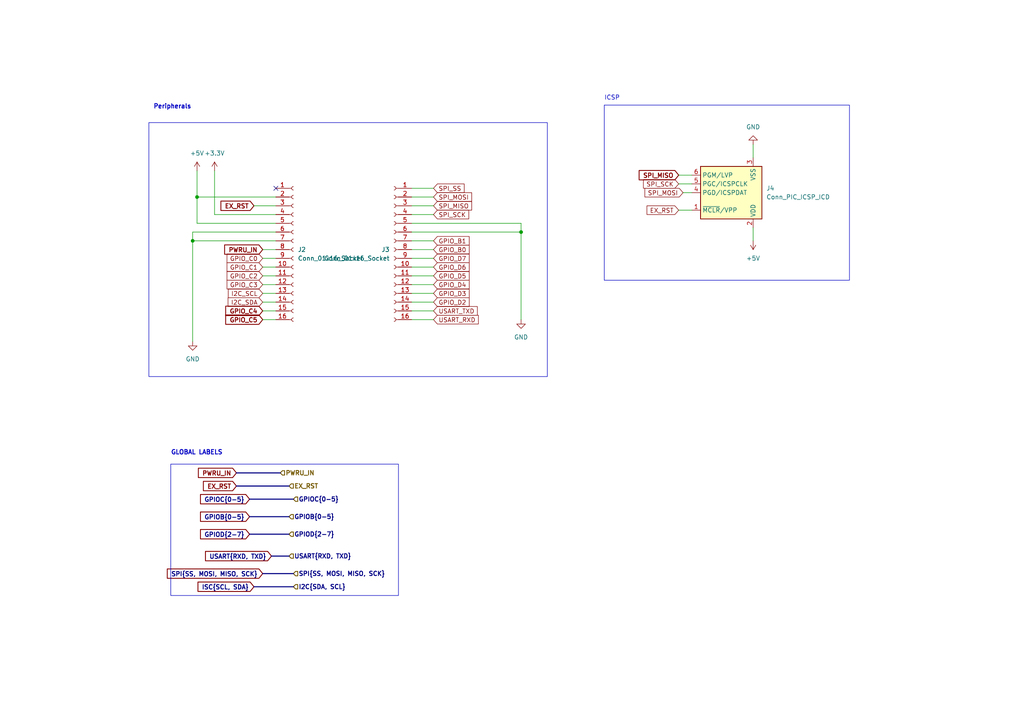
<source format=kicad_sch>
(kicad_sch (version 20230121) (generator eeschema)

  (uuid 894e4fc7-cb1f-4964-92bc-9e7faeb02e2c)

  (paper "A4")

  (lib_symbols
    (symbol "Connector:Conn_01x16_Socket" (pin_names (offset 1.016) hide) (in_bom yes) (on_board yes)
      (property "Reference" "J" (at 0 20.32 0)
        (effects (font (size 1.27 1.27)))
      )
      (property "Value" "Conn_01x16_Socket" (at 0 -22.86 0)
        (effects (font (size 1.27 1.27)))
      )
      (property "Footprint" "" (at 0 0 0)
        (effects (font (size 1.27 1.27)) hide)
      )
      (property "Datasheet" "~" (at 0 0 0)
        (effects (font (size 1.27 1.27)) hide)
      )
      (property "ki_locked" "" (at 0 0 0)
        (effects (font (size 1.27 1.27)))
      )
      (property "ki_keywords" "connector" (at 0 0 0)
        (effects (font (size 1.27 1.27)) hide)
      )
      (property "ki_description" "Generic connector, single row, 01x16, script generated" (at 0 0 0)
        (effects (font (size 1.27 1.27)) hide)
      )
      (property "ki_fp_filters" "Connector*:*_1x??_*" (at 0 0 0)
        (effects (font (size 1.27 1.27)) hide)
      )
      (symbol "Conn_01x16_Socket_1_1"
        (arc (start 0 -19.812) (mid -0.5058 -20.32) (end 0 -20.828)
          (stroke (width 0.1524) (type default))
          (fill (type none))
        )
        (arc (start 0 -17.272) (mid -0.5058 -17.78) (end 0 -18.288)
          (stroke (width 0.1524) (type default))
          (fill (type none))
        )
        (arc (start 0 -14.732) (mid -0.5058 -15.24) (end 0 -15.748)
          (stroke (width 0.1524) (type default))
          (fill (type none))
        )
        (arc (start 0 -12.192) (mid -0.5058 -12.7) (end 0 -13.208)
          (stroke (width 0.1524) (type default))
          (fill (type none))
        )
        (arc (start 0 -9.652) (mid -0.5058 -10.16) (end 0 -10.668)
          (stroke (width 0.1524) (type default))
          (fill (type none))
        )
        (arc (start 0 -7.112) (mid -0.5058 -7.62) (end 0 -8.128)
          (stroke (width 0.1524) (type default))
          (fill (type none))
        )
        (arc (start 0 -4.572) (mid -0.5058 -5.08) (end 0 -5.588)
          (stroke (width 0.1524) (type default))
          (fill (type none))
        )
        (arc (start 0 -2.032) (mid -0.5058 -2.54) (end 0 -3.048)
          (stroke (width 0.1524) (type default))
          (fill (type none))
        )
        (polyline
          (pts
            (xy -1.27 -20.32)
            (xy -0.508 -20.32)
          )
          (stroke (width 0.1524) (type default))
          (fill (type none))
        )
        (polyline
          (pts
            (xy -1.27 -17.78)
            (xy -0.508 -17.78)
          )
          (stroke (width 0.1524) (type default))
          (fill (type none))
        )
        (polyline
          (pts
            (xy -1.27 -15.24)
            (xy -0.508 -15.24)
          )
          (stroke (width 0.1524) (type default))
          (fill (type none))
        )
        (polyline
          (pts
            (xy -1.27 -12.7)
            (xy -0.508 -12.7)
          )
          (stroke (width 0.1524) (type default))
          (fill (type none))
        )
        (polyline
          (pts
            (xy -1.27 -10.16)
            (xy -0.508 -10.16)
          )
          (stroke (width 0.1524) (type default))
          (fill (type none))
        )
        (polyline
          (pts
            (xy -1.27 -7.62)
            (xy -0.508 -7.62)
          )
          (stroke (width 0.1524) (type default))
          (fill (type none))
        )
        (polyline
          (pts
            (xy -1.27 -5.08)
            (xy -0.508 -5.08)
          )
          (stroke (width 0.1524) (type default))
          (fill (type none))
        )
        (polyline
          (pts
            (xy -1.27 -2.54)
            (xy -0.508 -2.54)
          )
          (stroke (width 0.1524) (type default))
          (fill (type none))
        )
        (polyline
          (pts
            (xy -1.27 0)
            (xy -0.508 0)
          )
          (stroke (width 0.1524) (type default))
          (fill (type none))
        )
        (polyline
          (pts
            (xy -1.27 2.54)
            (xy -0.508 2.54)
          )
          (stroke (width 0.1524) (type default))
          (fill (type none))
        )
        (polyline
          (pts
            (xy -1.27 5.08)
            (xy -0.508 5.08)
          )
          (stroke (width 0.1524) (type default))
          (fill (type none))
        )
        (polyline
          (pts
            (xy -1.27 7.62)
            (xy -0.508 7.62)
          )
          (stroke (width 0.1524) (type default))
          (fill (type none))
        )
        (polyline
          (pts
            (xy -1.27 10.16)
            (xy -0.508 10.16)
          )
          (stroke (width 0.1524) (type default))
          (fill (type none))
        )
        (polyline
          (pts
            (xy -1.27 12.7)
            (xy -0.508 12.7)
          )
          (stroke (width 0.1524) (type default))
          (fill (type none))
        )
        (polyline
          (pts
            (xy -1.27 15.24)
            (xy -0.508 15.24)
          )
          (stroke (width 0.1524) (type default))
          (fill (type none))
        )
        (polyline
          (pts
            (xy -1.27 17.78)
            (xy -0.508 17.78)
          )
          (stroke (width 0.1524) (type default))
          (fill (type none))
        )
        (arc (start 0 0.508) (mid -0.5058 0) (end 0 -0.508)
          (stroke (width 0.1524) (type default))
          (fill (type none))
        )
        (arc (start 0 3.048) (mid -0.5058 2.54) (end 0 2.032)
          (stroke (width 0.1524) (type default))
          (fill (type none))
        )
        (arc (start 0 5.588) (mid -0.5058 5.08) (end 0 4.572)
          (stroke (width 0.1524) (type default))
          (fill (type none))
        )
        (arc (start 0 8.128) (mid -0.5058 7.62) (end 0 7.112)
          (stroke (width 0.1524) (type default))
          (fill (type none))
        )
        (arc (start 0 10.668) (mid -0.5058 10.16) (end 0 9.652)
          (stroke (width 0.1524) (type default))
          (fill (type none))
        )
        (arc (start 0 13.208) (mid -0.5058 12.7) (end 0 12.192)
          (stroke (width 0.1524) (type default))
          (fill (type none))
        )
        (arc (start 0 15.748) (mid -0.5058 15.24) (end 0 14.732)
          (stroke (width 0.1524) (type default))
          (fill (type none))
        )
        (arc (start 0 18.288) (mid -0.5058 17.78) (end 0 17.272)
          (stroke (width 0.1524) (type default))
          (fill (type none))
        )
        (pin passive line (at -5.08 17.78 0) (length 3.81)
          (name "Pin_1" (effects (font (size 1.27 1.27))))
          (number "1" (effects (font (size 1.27 1.27))))
        )
        (pin passive line (at -5.08 -5.08 0) (length 3.81)
          (name "Pin_10" (effects (font (size 1.27 1.27))))
          (number "10" (effects (font (size 1.27 1.27))))
        )
        (pin passive line (at -5.08 -7.62 0) (length 3.81)
          (name "Pin_11" (effects (font (size 1.27 1.27))))
          (number "11" (effects (font (size 1.27 1.27))))
        )
        (pin passive line (at -5.08 -10.16 0) (length 3.81)
          (name "Pin_12" (effects (font (size 1.27 1.27))))
          (number "12" (effects (font (size 1.27 1.27))))
        )
        (pin passive line (at -5.08 -12.7 0) (length 3.81)
          (name "Pin_13" (effects (font (size 1.27 1.27))))
          (number "13" (effects (font (size 1.27 1.27))))
        )
        (pin passive line (at -5.08 -15.24 0) (length 3.81)
          (name "Pin_14" (effects (font (size 1.27 1.27))))
          (number "14" (effects (font (size 1.27 1.27))))
        )
        (pin passive line (at -5.08 -17.78 0) (length 3.81)
          (name "Pin_15" (effects (font (size 1.27 1.27))))
          (number "15" (effects (font (size 1.27 1.27))))
        )
        (pin passive line (at -5.08 -20.32 0) (length 3.81)
          (name "Pin_16" (effects (font (size 1.27 1.27))))
          (number "16" (effects (font (size 1.27 1.27))))
        )
        (pin passive line (at -5.08 15.24 0) (length 3.81)
          (name "Pin_2" (effects (font (size 1.27 1.27))))
          (number "2" (effects (font (size 1.27 1.27))))
        )
        (pin passive line (at -5.08 12.7 0) (length 3.81)
          (name "Pin_3" (effects (font (size 1.27 1.27))))
          (number "3" (effects (font (size 1.27 1.27))))
        )
        (pin passive line (at -5.08 10.16 0) (length 3.81)
          (name "Pin_4" (effects (font (size 1.27 1.27))))
          (number "4" (effects (font (size 1.27 1.27))))
        )
        (pin passive line (at -5.08 7.62 0) (length 3.81)
          (name "Pin_5" (effects (font (size 1.27 1.27))))
          (number "5" (effects (font (size 1.27 1.27))))
        )
        (pin passive line (at -5.08 5.08 0) (length 3.81)
          (name "Pin_6" (effects (font (size 1.27 1.27))))
          (number "6" (effects (font (size 1.27 1.27))))
        )
        (pin passive line (at -5.08 2.54 0) (length 3.81)
          (name "Pin_7" (effects (font (size 1.27 1.27))))
          (number "7" (effects (font (size 1.27 1.27))))
        )
        (pin passive line (at -5.08 0 0) (length 3.81)
          (name "Pin_8" (effects (font (size 1.27 1.27))))
          (number "8" (effects (font (size 1.27 1.27))))
        )
        (pin passive line (at -5.08 -2.54 0) (length 3.81)
          (name "Pin_9" (effects (font (size 1.27 1.27))))
          (number "9" (effects (font (size 1.27 1.27))))
        )
      )
    )
    (symbol "Connector:Conn_PIC_ICSP_ICD" (in_bom yes) (on_board yes)
      (property "Reference" "J" (at 6.35 8.89 0)
        (effects (font (size 1.27 1.27)))
      )
      (property "Value" "Conn_PIC_ICSP_ICD" (at -8.89 -1.27 90)
        (effects (font (size 1.27 1.27)))
      )
      (property "Footprint" "" (at 1.27 3.81 0)
        (effects (font (size 1.27 1.27)) hide)
      )
      (property "Datasheet" "http://ww1.microchip.com/downloads/en/devicedoc/30277d.pdf" (at -7.62 -3.81 90)
        (effects (font (size 1.27 1.27)) hide)
      )
      (property "ki_keywords" "icsp icd pic microchip" (at 0 0 0)
        (effects (font (size 1.27 1.27)) hide)
      )
      (property "ki_description" "Microchip PIC In-Circuit Serial Programming/Debugging (ICSP/ICD) connector" (at 0 0 0)
        (effects (font (size 1.27 1.27)) hide)
      )
      (property "ki_fp_filters" "PinHeader*1x06*P2.54mm* PinSocket*1x06*P2.54mm*" (at 0 0 0)
        (effects (font (size 1.27 1.27)) hide)
      )
      (symbol "Conn_PIC_ICSP_ICD_0_1"
        (rectangle (start -7.62 7.62) (end 10.16 -7.62)
          (stroke (width 0.254) (type default))
          (fill (type background))
        )
      )
      (symbol "Conn_PIC_ICSP_ICD_1_1"
        (pin passive line (at 12.7 5.08 180) (length 2.54)
          (name "~{MCLR}/VPP" (effects (font (size 1.27 1.27))))
          (number "1" (effects (font (size 1.27 1.27))))
        )
        (pin passive line (at -5.08 10.16 270) (length 2.54)
          (name "VDD" (effects (font (size 1.27 1.27))))
          (number "2" (effects (font (size 1.27 1.27))))
        )
        (pin power_in line (at -5.08 -10.16 90) (length 2.54)
          (name "VSS" (effects (font (size 1.27 1.27))))
          (number "3" (effects (font (size 1.27 1.27))))
        )
        (pin bidirectional line (at 12.7 0 180) (length 2.54)
          (name "PGD/ICSPDAT" (effects (font (size 1.27 1.27))))
          (number "4" (effects (font (size 1.27 1.27))))
        )
        (pin output line (at 12.7 -2.54 180) (length 2.54)
          (name "PGC/ICSPCLK" (effects (font (size 1.27 1.27))))
          (number "5" (effects (font (size 1.27 1.27))))
        )
        (pin output line (at 12.7 -5.08 180) (length 2.54)
          (name "PGM/LVP" (effects (font (size 1.27 1.27))))
          (number "6" (effects (font (size 1.27 1.27))))
        )
      )
    )
    (symbol "power:+3.3V" (power) (pin_names (offset 0)) (in_bom yes) (on_board yes)
      (property "Reference" "#PWR" (at 0 -3.81 0)
        (effects (font (size 1.27 1.27)) hide)
      )
      (property "Value" "+3.3V" (at 0 3.556 0)
        (effects (font (size 1.27 1.27)))
      )
      (property "Footprint" "" (at 0 0 0)
        (effects (font (size 1.27 1.27)) hide)
      )
      (property "Datasheet" "" (at 0 0 0)
        (effects (font (size 1.27 1.27)) hide)
      )
      (property "ki_keywords" "global power" (at 0 0 0)
        (effects (font (size 1.27 1.27)) hide)
      )
      (property "ki_description" "Power symbol creates a global label with name \"+3.3V\"" (at 0 0 0)
        (effects (font (size 1.27 1.27)) hide)
      )
      (symbol "+3.3V_0_1"
        (polyline
          (pts
            (xy -0.762 1.27)
            (xy 0 2.54)
          )
          (stroke (width 0) (type default))
          (fill (type none))
        )
        (polyline
          (pts
            (xy 0 0)
            (xy 0 2.54)
          )
          (stroke (width 0) (type default))
          (fill (type none))
        )
        (polyline
          (pts
            (xy 0 2.54)
            (xy 0.762 1.27)
          )
          (stroke (width 0) (type default))
          (fill (type none))
        )
      )
      (symbol "+3.3V_1_1"
        (pin power_in line (at 0 0 90) (length 0) hide
          (name "+3.3V" (effects (font (size 1.27 1.27))))
          (number "1" (effects (font (size 1.27 1.27))))
        )
      )
    )
    (symbol "power:+5V" (power) (pin_names (offset 0)) (in_bom yes) (on_board yes)
      (property "Reference" "#PWR" (at 0 -3.81 0)
        (effects (font (size 1.27 1.27)) hide)
      )
      (property "Value" "+5V" (at 0 3.556 0)
        (effects (font (size 1.27 1.27)))
      )
      (property "Footprint" "" (at 0 0 0)
        (effects (font (size 1.27 1.27)) hide)
      )
      (property "Datasheet" "" (at 0 0 0)
        (effects (font (size 1.27 1.27)) hide)
      )
      (property "ki_keywords" "global power" (at 0 0 0)
        (effects (font (size 1.27 1.27)) hide)
      )
      (property "ki_description" "Power symbol creates a global label with name \"+5V\"" (at 0 0 0)
        (effects (font (size 1.27 1.27)) hide)
      )
      (symbol "+5V_0_1"
        (polyline
          (pts
            (xy -0.762 1.27)
            (xy 0 2.54)
          )
          (stroke (width 0) (type default))
          (fill (type none))
        )
        (polyline
          (pts
            (xy 0 0)
            (xy 0 2.54)
          )
          (stroke (width 0) (type default))
          (fill (type none))
        )
        (polyline
          (pts
            (xy 0 2.54)
            (xy 0.762 1.27)
          )
          (stroke (width 0) (type default))
          (fill (type none))
        )
      )
      (symbol "+5V_1_1"
        (pin power_in line (at 0 0 90) (length 0) hide
          (name "+5V" (effects (font (size 1.27 1.27))))
          (number "1" (effects (font (size 1.27 1.27))))
        )
      )
    )
    (symbol "power:GND" (power) (pin_names (offset 0)) (in_bom yes) (on_board yes)
      (property "Reference" "#PWR" (at 0 -6.35 0)
        (effects (font (size 1.27 1.27)) hide)
      )
      (property "Value" "GND" (at 0 -3.81 0)
        (effects (font (size 1.27 1.27)))
      )
      (property "Footprint" "" (at 0 0 0)
        (effects (font (size 1.27 1.27)) hide)
      )
      (property "Datasheet" "" (at 0 0 0)
        (effects (font (size 1.27 1.27)) hide)
      )
      (property "ki_keywords" "global power" (at 0 0 0)
        (effects (font (size 1.27 1.27)) hide)
      )
      (property "ki_description" "Power symbol creates a global label with name \"GND\" , ground" (at 0 0 0)
        (effects (font (size 1.27 1.27)) hide)
      )
      (symbol "GND_0_1"
        (polyline
          (pts
            (xy 0 0)
            (xy 0 -1.27)
            (xy 1.27 -1.27)
            (xy 0 -2.54)
            (xy -1.27 -1.27)
            (xy 0 -1.27)
          )
          (stroke (width 0) (type default))
          (fill (type none))
        )
      )
      (symbol "GND_1_1"
        (pin power_in line (at 0 0 270) (length 0) hide
          (name "GND" (effects (font (size 1.27 1.27))))
          (number "1" (effects (font (size 1.27 1.27))))
        )
      )
    )
  )

  (junction (at 151.13 67.31) (diameter 0) (color 0 0 0 0)
    (uuid 05e736f4-2ee1-4709-aaaa-02acff2d73fb)
  )
  (junction (at 57.15 57.15) (diameter 0) (color 0 0 0 0)
    (uuid 8ba64eaa-9fac-4eae-bb8a-61cbab9d6f29)
  )
  (junction (at 55.88 69.85) (diameter 0) (color 0 0 0 0)
    (uuid c52b029f-c6a2-4491-97c7-b1dd574e3b05)
  )

  (no_connect (at 80.01 54.61) (uuid 2d828f41-79de-4c9e-8c85-ac20fcebd6a3))

  (wire (pts (xy 62.23 49.53) (xy 62.23 62.23))
    (stroke (width 0) (type default))
    (uuid 01ae6c68-ed1f-4e64-be26-85af485940ff)
  )
  (wire (pts (xy 119.38 92.71) (xy 125.73 92.71))
    (stroke (width 0) (type default))
    (uuid 14648fbc-a901-4f9c-82e1-448865515d38)
  )
  (wire (pts (xy 76.2 90.17) (xy 80.01 90.17))
    (stroke (width 0) (type default))
    (uuid 19e0c6ef-af47-49bf-a325-ddde889a56b5)
  )
  (wire (pts (xy 196.85 60.96) (xy 200.66 60.96))
    (stroke (width 0) (type default))
    (uuid 1de7167e-d52a-4e5a-9496-e081a9fa2210)
  )
  (wire (pts (xy 76.2 72.39) (xy 80.01 72.39))
    (stroke (width 0) (type default))
    (uuid 21834b54-535d-46ed-a875-44af2c840e23)
  )
  (bus (pts (xy 72.39 144.78) (xy 85.09 144.78))
    (stroke (width 0) (type default))
    (uuid 2221ba97-90cd-4ffa-9e0e-51fd073ebb07)
  )

  (wire (pts (xy 119.38 69.85) (xy 125.73 69.85))
    (stroke (width 0) (type default))
    (uuid 30aa0dc3-98b0-41a7-b299-957507c66b59)
  )
  (wire (pts (xy 76.2 87.63) (xy 80.01 87.63))
    (stroke (width 0) (type default))
    (uuid 336e3966-2ab1-4b65-8baf-847b31fa69bc)
  )
  (wire (pts (xy 76.2 82.55) (xy 80.01 82.55))
    (stroke (width 0) (type default))
    (uuid 34f95d4d-a43f-4c6f-89b0-bbc27f153ffe)
  )
  (wire (pts (xy 119.38 57.15) (xy 125.73 57.15))
    (stroke (width 0) (type default))
    (uuid 3c758658-bbd1-4302-b654-8489cc96aed6)
  )
  (wire (pts (xy 151.13 67.31) (xy 151.13 92.71))
    (stroke (width 0) (type default))
    (uuid 4619f5f0-44de-4d9d-a1e7-7cf45e099d96)
  )
  (wire (pts (xy 218.44 66.04) (xy 218.44 69.85))
    (stroke (width 0) (type default))
    (uuid 4825fdc8-0872-4669-947a-b62d3986ef62)
  )
  (bus (pts (xy 68.58 140.97) (xy 83.82 140.97))
    (stroke (width 0) (type default))
    (uuid 4c31e2e4-1f4b-4852-99cb-99103bd5e9af)
  )

  (wire (pts (xy 55.88 69.85) (xy 80.01 69.85))
    (stroke (width 0) (type default))
    (uuid 4c707b9c-7a8f-4cc3-b0ae-d44af7fb913d)
  )
  (bus (pts (xy 68.58 137.16) (xy 81.28 137.16))
    (stroke (width 0) (type default))
    (uuid 4f4e1952-11b4-40e4-a57c-02e8a42cdce6)
  )

  (wire (pts (xy 73.66 59.69) (xy 80.01 59.69))
    (stroke (width 0) (type default))
    (uuid 5110f788-1d8e-4af4-99d8-2aa1c9c7131a)
  )
  (wire (pts (xy 119.38 62.23) (xy 125.73 62.23))
    (stroke (width 0) (type default))
    (uuid 53af6576-4b46-4625-9cff-5767ca2536f4)
  )
  (wire (pts (xy 119.38 64.77) (xy 151.13 64.77))
    (stroke (width 0) (type default))
    (uuid 595c5e9f-0d4d-4492-afb5-e3858a581eeb)
  )
  (wire (pts (xy 119.38 67.31) (xy 151.13 67.31))
    (stroke (width 0) (type default))
    (uuid 5e11f145-9c0f-4493-abd9-780eeeb944c9)
  )
  (wire (pts (xy 119.38 90.17) (xy 125.73 90.17))
    (stroke (width 0) (type default))
    (uuid 5e794f5a-7e05-48ae-a386-71d5cd5c8db8)
  )
  (wire (pts (xy 119.38 82.55) (xy 125.73 82.55))
    (stroke (width 0) (type default))
    (uuid 60102494-94bc-4ecc-a7fe-6eea0bcb79ba)
  )
  (wire (pts (xy 76.2 77.47) (xy 80.01 77.47))
    (stroke (width 0) (type default))
    (uuid 61d9f351-f8f1-426e-b4de-f09a000dcbed)
  )
  (wire (pts (xy 76.2 85.09) (xy 80.01 85.09))
    (stroke (width 0) (type default))
    (uuid 6518a63d-bca5-47e0-9446-1916aac1eb40)
  )
  (wire (pts (xy 80.01 62.23) (xy 62.23 62.23))
    (stroke (width 0) (type default))
    (uuid 659bf994-a6f6-4b66-9f38-2e6cedeaaf84)
  )
  (wire (pts (xy 57.15 57.15) (xy 57.15 64.77))
    (stroke (width 0) (type default))
    (uuid 6e9be657-13ff-4cf9-9bcf-18997aee7367)
  )
  (wire (pts (xy 196.85 50.8) (xy 200.66 50.8))
    (stroke (width 0) (type default))
    (uuid 786b8ec3-20c6-4708-bf7a-1cbb240a3711)
  )
  (bus (pts (xy 76.2 166.37) (xy 85.09 166.37))
    (stroke (width 0) (type default))
    (uuid 7b2dfc0f-0e5c-4810-a94d-6d6dd133d112)
  )

  (wire (pts (xy 119.38 80.01) (xy 125.73 80.01))
    (stroke (width 0) (type default))
    (uuid 7d1d4015-1f0b-45ab-a163-5592e110f2ed)
  )
  (bus (pts (xy 72.39 154.94) (xy 83.82 154.94))
    (stroke (width 0) (type default))
    (uuid 878433d3-2868-481b-b259-03a43fb6b715)
  )

  (wire (pts (xy 76.2 92.71) (xy 80.01 92.71))
    (stroke (width 0) (type default))
    (uuid 8c5c0ea2-f990-4c48-b19f-d38fabef4bd1)
  )
  (wire (pts (xy 55.88 69.85) (xy 55.88 99.06))
    (stroke (width 0) (type default))
    (uuid 95f9736d-9c2c-4ee0-b98d-2cefcdbdcefb)
  )
  (wire (pts (xy 119.38 85.09) (xy 125.73 85.09))
    (stroke (width 0) (type default))
    (uuid 9e196db6-ee92-4fec-bc2c-d233989b815f)
  )
  (wire (pts (xy 119.38 54.61) (xy 125.73 54.61))
    (stroke (width 0) (type default))
    (uuid 9ed74984-3e3c-4cdf-bf60-5c4b88dee5ca)
  )
  (wire (pts (xy 80.01 67.31) (xy 55.88 67.31))
    (stroke (width 0) (type default))
    (uuid 9f89e81a-bcb4-43e8-94f2-3446f60bb99d)
  )
  (wire (pts (xy 55.88 67.31) (xy 55.88 69.85))
    (stroke (width 0) (type default))
    (uuid a08bb4e6-914e-48b6-bef6-ec0644714a68)
  )
  (wire (pts (xy 57.15 57.15) (xy 80.01 57.15))
    (stroke (width 0) (type default))
    (uuid a9f5d365-2f94-44bf-a4a7-fb3cdfc108cd)
  )
  (bus (pts (xy 72.39 149.86) (xy 83.82 149.86))
    (stroke (width 0) (type default))
    (uuid bb462e3e-63fe-4e47-a866-9e22ef1a477c)
  )

  (wire (pts (xy 151.13 64.77) (xy 151.13 67.31))
    (stroke (width 0) (type default))
    (uuid bdaaa541-82f5-4270-b619-28f1fac24833)
  )
  (wire (pts (xy 119.38 87.63) (xy 125.73 87.63))
    (stroke (width 0) (type default))
    (uuid c2ad116b-b943-47e5-82ed-2c0714242fb8)
  )
  (wire (pts (xy 218.44 41.91) (xy 218.44 45.72))
    (stroke (width 0) (type default))
    (uuid c61b4974-9982-48ad-ac4f-a3518c95755e)
  )
  (bus (pts (xy 78.74 161.29) (xy 83.82 161.29))
    (stroke (width 0) (type default))
    (uuid c7fed36c-fae3-4769-9405-d24ab05c361c)
  )

  (wire (pts (xy 76.2 80.01) (xy 80.01 80.01))
    (stroke (width 0) (type default))
    (uuid c85793ce-3cf3-45e8-bf68-94dae4779c5f)
  )
  (bus (pts (xy 73.66 170.18) (xy 85.09 170.18))
    (stroke (width 0) (type default))
    (uuid c9664327-eee2-43c4-8936-a203b1667dfe)
  )

  (wire (pts (xy 119.38 72.39) (xy 125.73 72.39))
    (stroke (width 0) (type default))
    (uuid d61f1f40-54e1-4475-a00c-8a7de6ba06a8)
  )
  (wire (pts (xy 119.38 59.69) (xy 125.73 59.69))
    (stroke (width 0) (type default))
    (uuid e0f528b5-6c66-4290-8edf-ef062069ac68)
  )
  (wire (pts (xy 76.2 74.93) (xy 80.01 74.93))
    (stroke (width 0) (type default))
    (uuid e18076fd-22d7-49db-aa06-aaff74c494d2)
  )
  (wire (pts (xy 198.12 55.88) (xy 200.66 55.88))
    (stroke (width 0) (type default))
    (uuid e19f6df6-f7f5-4fa7-a866-5da5368c95b6)
  )
  (wire (pts (xy 119.38 74.93) (xy 125.73 74.93))
    (stroke (width 0) (type default))
    (uuid e74fd0ad-1cf7-4c86-8a07-3193609ac875)
  )
  (wire (pts (xy 57.15 49.53) (xy 57.15 57.15))
    (stroke (width 0) (type default))
    (uuid f7d663aa-2bc2-42b9-a39b-88ee4d6e6370)
  )
  (wire (pts (xy 119.38 77.47) (xy 125.73 77.47))
    (stroke (width 0) (type default))
    (uuid f86a483f-a6fe-4c16-9b56-fe69ca0298a7)
  )
  (wire (pts (xy 196.85 53.34) (xy 200.66 53.34))
    (stroke (width 0) (type default))
    (uuid fca0c636-ac83-414f-85ee-bc5e2105cb40)
  )
  (wire (pts (xy 57.15 64.77) (xy 80.01 64.77))
    (stroke (width 0) (type default))
    (uuid ffd5d5f2-e968-49b5-99ad-bcf73e524e65)
  )

  (rectangle (start 175.26 30.48) (end 246.38 81.28)
    (stroke (width 0) (type default))
    (fill (type none))
    (uuid 68852f05-3dc7-4b33-ab73-37c8cb83bfd2)
  )
  (rectangle (start 43.18 35.56) (end 158.75 109.22)
    (stroke (width 0) (type default))
    (fill (type none))
    (uuid 95b53f17-225d-4564-b7d0-3f0be1550903)
  )
  (rectangle (start 49.53 134.62) (end 115.57 172.72)
    (stroke (width 0) (type default))
    (fill (type none))
    (uuid cc1613e0-c8a1-4971-b79e-072fabd84f0c)
  )

  (text "ICSP" (at 175.26 29.21 0)
    (effects (font (size 1.27 1.27)) (justify left bottom))
    (uuid 1d96a1af-3066-45bd-9248-b3c0c3ce4920)
  )
  (text "Peripherals" (at 44.45 31.75 0)
    (effects (font (size 1.27 1.27) bold) (justify left bottom))
    (uuid 3983f674-e5c1-4a37-abf0-b1c5fb1c2a88)
  )
  (text "GLOBAL LABELS\n" (at 49.53 132.08 0)
    (effects (font (size 1.27 1.27) bold) (justify left bottom))
    (uuid 6d2b6147-21f7-484a-b054-5b41c2a89e05)
  )

  (global_label "GPIOC{0-5}" (shape input) (at 72.39 144.78 180) (fields_autoplaced)
    (effects (font (size 1.27 1.27) bold) (justify right))
    (uuid 118b60c3-bc7e-42d3-94c4-54a511a4f503)
    (property "Intersheetrefs" "${INTERSHEET_REFS}" (at 57.4987 144.78 0)
      (effects (font (size 1.27 1.27)) (justify right) hide)
    )
  )
  (global_label "GPIO_B0" (shape input) (at 125.73 72.39 0) (fields_autoplaced)
    (effects (font (size 1.27 1.27)) (justify left))
    (uuid 21b2483c-a0bc-4f61-95f0-c739d813808f)
    (property "Intersheetrefs" "${INTERSHEET_REFS}" (at 136.6376 72.39 0)
      (effects (font (size 1.27 1.27)) (justify left) hide)
    )
  )
  (global_label "SPI_SCK" (shape input) (at 125.73 62.23 0) (fields_autoplaced)
    (effects (font (size 1.27 1.27)) (justify left))
    (uuid 23f798a1-0af7-4b5d-86e3-f7a742cd2006)
    (property "Intersheetrefs" "${INTERSHEET_REFS}" (at 136.5166 62.23 0)
      (effects (font (size 1.27 1.27)) (justify left) hide)
    )
  )
  (global_label "GPIO_D5" (shape input) (at 125.73 80.01 0) (fields_autoplaced)
    (effects (font (size 1.27 1.27)) (justify left))
    (uuid 270b7bd2-bd9b-4219-a8c5-a0fec45184b9)
    (property "Intersheetrefs" "${INTERSHEET_REFS}" (at 136.6376 80.01 0)
      (effects (font (size 1.27 1.27)) (justify left) hide)
    )
  )
  (global_label "GPIO_D2" (shape input) (at 125.73 87.63 0) (fields_autoplaced)
    (effects (font (size 1.27 1.27)) (justify left))
    (uuid 2a810e52-1555-44b3-a00f-3d2cac10aa51)
    (property "Intersheetrefs" "${INTERSHEET_REFS}" (at 136.6376 87.63 0)
      (effects (font (size 1.27 1.27)) (justify left) hide)
    )
  )
  (global_label "ISC{SCL, SDA}" (shape input) (at 73.66 170.18 180) (fields_autoplaced)
    (effects (font (size 1.27 1.27) bold) (justify right))
    (uuid 43938318-233e-4e5a-a80f-475bf24cdec1)
    (property "Intersheetrefs" "${INTERSHEET_REFS}" (at 56.773 170.18 0)
      (effects (font (size 1.27 1.27)) (justify right) hide)
    )
  )
  (global_label "I2C_SCL" (shape input) (at 76.2 85.09 180) (fields_autoplaced)
    (effects (font (size 1.27 1.27)) (justify right))
    (uuid 45ea52cf-af01-4eb1-ad98-027654562d43)
    (property "Intersheetrefs" "${INTERSHEET_REFS}" (at 65.6553 85.09 0)
      (effects (font (size 1.27 1.27)) (justify right) hide)
    )
  )
  (global_label "GPIO_C3" (shape input) (at 76.2 82.55 180) (fields_autoplaced)
    (effects (font (size 1.27 1.27)) (justify right))
    (uuid 57a13bfc-5a52-48fd-bd45-78bf27a68502)
    (property "Intersheetrefs" "${INTERSHEET_REFS}" (at 65.2924 82.55 0)
      (effects (font (size 1.27 1.27)) (justify right) hide)
    )
  )
  (global_label "GPIO_D7" (shape input) (at 125.73 74.93 0) (fields_autoplaced)
    (effects (font (size 1.27 1.27)) (justify left))
    (uuid 5d032f01-12bd-45ca-8e5b-2d4ea613de23)
    (property "Intersheetrefs" "${INTERSHEET_REFS}" (at 136.6376 74.93 0)
      (effects (font (size 1.27 1.27)) (justify left) hide)
    )
  )
  (global_label "SPI_MISO" (shape input) (at 125.73 59.69 0) (fields_autoplaced)
    (effects (font (size 1.27 1.27)) (justify left))
    (uuid 5d731c99-0deb-4fa8-824d-6cf669cdb6e6)
    (property "Intersheetrefs" "${INTERSHEET_REFS}" (at 137.3633 59.69 0)
      (effects (font (size 1.27 1.27)) (justify left) hide)
    )
  )
  (global_label "GPIOD{2-7}" (shape input) (at 72.39 154.94 180) (fields_autoplaced)
    (effects (font (size 1.27 1.27) bold) (justify right))
    (uuid 615a24af-c5c5-44ae-b1b3-4611e04eb2a7)
    (property "Intersheetrefs" "${INTERSHEET_REFS}" (at 57.4987 154.94 0)
      (effects (font (size 1.27 1.27)) (justify right) hide)
    )
  )
  (global_label "SPI_MISO" (shape input) (at 196.85 50.8 180) (fields_autoplaced)
    (effects (font (size 1.27 1.27) bold) (justify right))
    (uuid 61dc6320-8613-4cb0-b467-85f0004b82cd)
    (property "Intersheetrefs" "${INTERSHEET_REFS}" (at 184.7407 50.8 0)
      (effects (font (size 1.27 1.27)) (justify right) hide)
    )
  )
  (global_label "GPIOB{0-5}" (shape input) (at 72.39 149.86 180) (fields_autoplaced)
    (effects (font (size 1.27 1.27) bold) (justify right))
    (uuid 65b53fbb-5ac4-4ff9-8a8e-c4e876cb0835)
    (property "Intersheetrefs" "${INTERSHEET_REFS}" (at 57.4987 149.86 0)
      (effects (font (size 1.27 1.27)) (justify right) hide)
    )
  )
  (global_label "GPIO_C4" (shape input) (at 76.2 90.17 180) (fields_autoplaced)
    (effects (font (size 1.27 1.27) bold) (justify right))
    (uuid 6c0c1000-a4c7-47d5-91ab-598bdaac7452)
    (property "Intersheetrefs" "${INTERSHEET_REFS}" (at 64.8164 90.17 0)
      (effects (font (size 1.27 1.27)) (justify right) hide)
    )
  )
  (global_label "PWRU_IN" (shape input) (at 76.2 72.39 180) (fields_autoplaced)
    (effects (font (size 1.27 1.27) bold) (justify right))
    (uuid 704c6061-cf60-4cf3-bb87-a49f03ada302)
    (property "Intersheetrefs" "${INTERSHEET_REFS}" (at 64.514 72.39 0)
      (effects (font (size 1.27 1.27)) (justify right) hide)
    )
  )
  (global_label "EX_RST" (shape input) (at 196.85 60.96 180) (fields_autoplaced)
    (effects (font (size 1.27 1.27)) (justify right))
    (uuid 70811866-1a81-4cda-b51d-20138767a299)
    (property "Intersheetrefs" "${INTERSHEET_REFS}" (at 187.0916 60.96 0)
      (effects (font (size 1.27 1.27)) (justify right) hide)
    )
  )
  (global_label "GPIO_C1" (shape input) (at 76.2 77.47 180) (fields_autoplaced)
    (effects (font (size 1.27 1.27)) (justify right))
    (uuid 7127337d-3626-4dc7-bcec-8c3f6a8ef2eb)
    (property "Intersheetrefs" "${INTERSHEET_REFS}" (at 65.2924 77.47 0)
      (effects (font (size 1.27 1.27)) (justify right) hide)
    )
  )
  (global_label "GPIO_D4" (shape input) (at 125.73 82.55 0) (fields_autoplaced)
    (effects (font (size 1.27 1.27)) (justify left))
    (uuid 7539150d-ca96-41ef-885a-f9e314e59f74)
    (property "Intersheetrefs" "${INTERSHEET_REFS}" (at 136.6376 82.55 0)
      (effects (font (size 1.27 1.27)) (justify left) hide)
    )
  )
  (global_label "SPI_MOSI" (shape input) (at 125.73 57.15 0) (fields_autoplaced)
    (effects (font (size 1.27 1.27)) (justify left))
    (uuid a26e0584-9942-4d5d-bf9f-087b18481771)
    (property "Intersheetrefs" "${INTERSHEET_REFS}" (at 137.3633 57.15 0)
      (effects (font (size 1.27 1.27)) (justify left) hide)
    )
  )
  (global_label "SPI_SCK" (shape input) (at 196.85 53.34 180) (fields_autoplaced)
    (effects (font (size 1.27 1.27)) (justify right))
    (uuid a6bf31b6-d2a5-4478-aeff-c2eae9be59e7)
    (property "Intersheetrefs" "${INTERSHEET_REFS}" (at 186.0634 53.34 0)
      (effects (font (size 1.27 1.27)) (justify right) hide)
    )
  )
  (global_label "EX_RST" (shape input) (at 68.58 140.97 180) (fields_autoplaced)
    (effects (font (size 1.27 1.27) bold) (justify right))
    (uuid a7e59b3f-6834-4764-ad1f-c4a2150069cb)
    (property "Intersheetrefs" "${INTERSHEET_REFS}" (at 58.3456 140.97 0)
      (effects (font (size 1.27 1.27)) (justify right) hide)
    )
  )
  (global_label "SPI_MOSI" (shape input) (at 198.12 55.88 180) (fields_autoplaced)
    (effects (font (size 1.27 1.27)) (justify right))
    (uuid aa39b610-6f9e-4e2f-b987-d31a087b6f09)
    (property "Intersheetrefs" "${INTERSHEET_REFS}" (at 186.4867 55.88 0)
      (effects (font (size 1.27 1.27)) (justify right) hide)
    )
  )
  (global_label "GPIO_C2" (shape input) (at 76.2 80.01 180) (fields_autoplaced)
    (effects (font (size 1.27 1.27)) (justify right))
    (uuid ab85ce30-c6ae-4f50-93e6-9f6818500ae0)
    (property "Intersheetrefs" "${INTERSHEET_REFS}" (at 65.2924 80.01 0)
      (effects (font (size 1.27 1.27)) (justify right) hide)
    )
  )
  (global_label "EX_RST" (shape input) (at 73.66 59.69 180) (fields_autoplaced)
    (effects (font (size 1.27 1.27) bold) (justify right))
    (uuid b7b203eb-a8a7-4fd1-81d8-9ff12d304bbf)
    (property "Intersheetrefs" "${INTERSHEET_REFS}" (at 63.4256 59.69 0)
      (effects (font (size 1.27 1.27)) (justify right) hide)
    )
  )
  (global_label "GPIO_D6" (shape input) (at 125.73 77.47 0) (fields_autoplaced)
    (effects (font (size 1.27 1.27)) (justify left))
    (uuid b8587852-d398-4c4c-9f71-8e5edb1affd6)
    (property "Intersheetrefs" "${INTERSHEET_REFS}" (at 136.6376 77.47 0)
      (effects (font (size 1.27 1.27)) (justify left) hide)
    )
  )
  (global_label "SPI{SS, MOSI, MISO, SCK}" (shape input) (at 76.2 166.37 180) (fields_autoplaced)
    (effects (font (size 1.27 1.27) bold) (justify right))
    (uuid c7e0fae4-9092-4252-a9f9-7fee77d4d24c)
    (property "Intersheetrefs" "${INTERSHEET_REFS}" (at 47.883 166.37 0)
      (effects (font (size 1.27 1.27)) (justify right) hide)
    )
  )
  (global_label "USART_RXD" (shape input) (at 125.73 92.71 0) (fields_autoplaced)
    (effects (font (size 1.27 1.27)) (justify left))
    (uuid c871947a-635f-4408-9283-f0ddd974b9e0)
    (property "Intersheetrefs" "${INTERSHEET_REFS}" (at 139.2985 92.71 0)
      (effects (font (size 1.27 1.27)) (justify left) hide)
    )
  )
  (global_label "USART_TXD" (shape input) (at 125.73 90.17 0) (fields_autoplaced)
    (effects (font (size 1.27 1.27)) (justify left))
    (uuid c8b18c41-9583-49e3-b5df-be2021c7bb40)
    (property "Intersheetrefs" "${INTERSHEET_REFS}" (at 138.9961 90.17 0)
      (effects (font (size 1.27 1.27)) (justify left) hide)
    )
  )
  (global_label "GPIO_C5" (shape input) (at 76.2 92.71 180) (fields_autoplaced)
    (effects (font (size 1.27 1.27) bold) (justify right))
    (uuid ceb95834-d422-419c-8e5a-01623591cdfa)
    (property "Intersheetrefs" "${INTERSHEET_REFS}" (at 64.8164 92.71 0)
      (effects (font (size 1.27 1.27)) (justify right) hide)
    )
  )
  (global_label "USART{RXD, TXD}" (shape input) (at 78.74 161.29 180) (fields_autoplaced)
    (effects (font (size 1.27 1.27) bold) (justify right))
    (uuid e31cb7e8-6a72-4faf-ba46-ac677b287289)
    (property "Intersheetrefs" "${INTERSHEET_REFS}" (at 58.9502 161.29 0)
      (effects (font (size 1.27 1.27)) (justify right) hide)
    )
  )
  (global_label "GPIO_B1" (shape input) (at 125.73 69.85 0) (fields_autoplaced)
    (effects (font (size 1.27 1.27)) (justify left))
    (uuid e327cd0b-ab20-4341-93cf-b97f50e7d40b)
    (property "Intersheetrefs" "${INTERSHEET_REFS}" (at 136.6376 69.85 0)
      (effects (font (size 1.27 1.27)) (justify left) hide)
    )
  )
  (global_label "SPI_SS" (shape input) (at 125.73 54.61 0) (fields_autoplaced)
    (effects (font (size 1.27 1.27)) (justify left))
    (uuid e3c855f6-9d0f-40df-88a5-8bcd81822a6d)
    (property "Intersheetrefs" "${INTERSHEET_REFS}" (at 135.1861 54.61 0)
      (effects (font (size 1.27 1.27)) (justify left) hide)
    )
  )
  (global_label "GPIO_C0" (shape input) (at 76.2 74.93 180) (fields_autoplaced)
    (effects (font (size 1.27 1.27)) (justify right))
    (uuid e75e9064-246d-4de8-88f7-39b2eebc4a71)
    (property "Intersheetrefs" "${INTERSHEET_REFS}" (at 65.2924 74.93 0)
      (effects (font (size 1.27 1.27)) (justify right) hide)
    )
  )
  (global_label "PWRU_IN" (shape input) (at 68.58 137.16 180) (fields_autoplaced)
    (effects (font (size 1.27 1.27) bold) (justify right))
    (uuid f13b2587-5768-410c-b220-e41e8794ebd3)
    (property "Intersheetrefs" "${INTERSHEET_REFS}" (at 56.894 137.16 0)
      (effects (font (size 1.27 1.27)) (justify right) hide)
    )
  )
  (global_label "GPIO_D3" (shape input) (at 125.73 85.09 0) (fields_autoplaced)
    (effects (font (size 1.27 1.27)) (justify left))
    (uuid f21b5b28-3514-48b7-9041-978c9a04550f)
    (property "Intersheetrefs" "${INTERSHEET_REFS}" (at 136.6376 85.09 0)
      (effects (font (size 1.27 1.27)) (justify left) hide)
    )
  )
  (global_label "I2C_SDA" (shape input) (at 76.2 87.63 180) (fields_autoplaced)
    (effects (font (size 1.27 1.27)) (justify right))
    (uuid fb03e5fc-7d33-4a74-953d-f8ed27fac6c4)
    (property "Intersheetrefs" "${INTERSHEET_REFS}" (at 65.5948 87.63 0)
      (effects (font (size 1.27 1.27)) (justify right) hide)
    )
  )

  (hierarchical_label "GPIOB{0-5}" (shape input) (at 83.82 149.86 0) (fields_autoplaced)
    (effects (font (size 1.27 1.27) bold) (justify left))
    (uuid 0271a5ad-cfa7-42f5-9d3b-8bc3910dd4d6)
  )
  (hierarchical_label "PWRU_IN" (shape input) (at 81.28 137.16 0) (fields_autoplaced)
    (effects (font (size 1.27 1.27) bold) (justify left))
    (uuid 16af34c9-faa8-42c3-a163-b44c292a3324)
  )
  (hierarchical_label "SPI{SS, MOSI, MISO, SCK}" (shape input) (at 85.09 166.37 0) (fields_autoplaced)
    (effects (font (size 1.27 1.27) bold) (justify left))
    (uuid 1ae7280f-7c94-45d7-ae14-75107afdb9e3)
  )
  (hierarchical_label "I2C{SDA, SCL}" (shape input) (at 85.09 170.18 0) (fields_autoplaced)
    (effects (font (size 1.27 1.27) bold) (justify left))
    (uuid 52cbc0c5-1aa7-4f8a-9050-afef1340733a)
  )
  (hierarchical_label "EX_RST" (shape input) (at 83.82 140.97 0) (fields_autoplaced)
    (effects (font (size 1.27 1.27) bold) (justify left))
    (uuid 985648d8-0d40-432f-89fc-c29bc3dd14d4)
  )
  (hierarchical_label "USART{RXD, TXD}" (shape input) (at 83.82 161.29 0) (fields_autoplaced)
    (effects (font (size 1.27 1.27) bold) (justify left))
    (uuid b873fb20-e8a2-43d1-90d2-5151d6bdea3a)
  )
  (hierarchical_label "GPIOD{2-7}" (shape input) (at 83.82 154.94 0) (fields_autoplaced)
    (effects (font (size 1.27 1.27) bold) (justify left))
    (uuid d4e0acb1-07d8-44a8-baa9-cc3ea11a1410)
  )
  (hierarchical_label "GPIOC{0-5}" (shape input) (at 85.09 144.78 0) (fields_autoplaced)
    (effects (font (size 1.27 1.27) bold) (justify left))
    (uuid ff01c813-0b1d-4d4e-8a13-041474fc131b)
  )

  (symbol (lib_id "power:+5V") (at 218.44 69.85 180) (unit 1)
    (in_bom yes) (on_board yes) (dnp no) (fields_autoplaced)
    (uuid 0e8f5ba3-25a7-4cb2-91cb-ae6c7e883ea1)
    (property "Reference" "#PWR039" (at 218.44 66.04 0)
      (effects (font (size 1.27 1.27)) hide)
    )
    (property "Value" "+5V" (at 218.44 74.93 0)
      (effects (font (size 1.27 1.27)))
    )
    (property "Footprint" "" (at 218.44 69.85 0)
      (effects (font (size 1.27 1.27)) hide)
    )
    (property "Datasheet" "" (at 218.44 69.85 0)
      (effects (font (size 1.27 1.27)) hide)
    )
    (pin "1" (uuid 9349ddad-a989-4fd2-83f1-f78646152990))
    (instances
      (project "intro_to_pcb"
        (path "/b2bbdadf-112f-4546-9689-8793d1774710/879164f0-fec8-4770-b747-b152fb3319b7"
          (reference "#PWR039") (unit 1)
        )
      )
    )
  )

  (symbol (lib_id "power:GND") (at 151.13 92.71 0) (unit 1)
    (in_bom yes) (on_board yes) (dnp no) (fields_autoplaced)
    (uuid 27fb7421-424b-46d5-beae-6f271f42050b)
    (property "Reference" "#PWR038" (at 151.13 99.06 0)
      (effects (font (size 1.27 1.27)) hide)
    )
    (property "Value" "GND" (at 151.13 97.79 0)
      (effects (font (size 1.27 1.27)))
    )
    (property "Footprint" "" (at 151.13 92.71 0)
      (effects (font (size 1.27 1.27)) hide)
    )
    (property "Datasheet" "" (at 151.13 92.71 0)
      (effects (font (size 1.27 1.27)) hide)
    )
    (pin "1" (uuid e330fcc0-b129-4436-ab6f-3e3e79a04a94))
    (instances
      (project "intro_to_pcb"
        (path "/b2bbdadf-112f-4546-9689-8793d1774710/879164f0-fec8-4770-b747-b152fb3319b7"
          (reference "#PWR038") (unit 1)
        )
      )
    )
  )

  (symbol (lib_id "power:+5V") (at 57.15 49.53 0) (unit 1)
    (in_bom yes) (on_board yes) (dnp no) (fields_autoplaced)
    (uuid 3223b429-3bbe-41d8-bc76-fa0408ec2e86)
    (property "Reference" "#PWR035" (at 57.15 53.34 0)
      (effects (font (size 1.27 1.27)) hide)
    )
    (property "Value" "+5V" (at 57.15 44.45 0)
      (effects (font (size 1.27 1.27)))
    )
    (property "Footprint" "" (at 57.15 49.53 0)
      (effects (font (size 1.27 1.27)) hide)
    )
    (property "Datasheet" "" (at 57.15 49.53 0)
      (effects (font (size 1.27 1.27)) hide)
    )
    (pin "1" (uuid 25f8c148-9165-4156-8dcc-1483f6a292b5))
    (instances
      (project "intro_to_pcb"
        (path "/b2bbdadf-112f-4546-9689-8793d1774710/879164f0-fec8-4770-b747-b152fb3319b7"
          (reference "#PWR035") (unit 1)
        )
      )
    )
  )

  (symbol (lib_id "Connector:Conn_01x16_Socket") (at 114.3 72.39 0) (mirror y) (unit 1)
    (in_bom yes) (on_board yes) (dnp no)
    (uuid 407e9df8-f099-498c-8acd-1a7f9d9b5203)
    (property "Reference" "J3" (at 113.03 72.39 0)
      (effects (font (size 1.27 1.27)) (justify left))
    )
    (property "Value" "Conn_01x16_Socket" (at 113.03 74.93 0)
      (effects (font (size 1.27 1.27)) (justify left))
    )
    (property "Footprint" "" (at 114.3 72.39 0)
      (effects (font (size 1.27 1.27)) hide)
    )
    (property "Datasheet" "~" (at 114.3 72.39 0)
      (effects (font (size 1.27 1.27)) hide)
    )
    (pin "1" (uuid aac0fe74-9588-4d76-b01f-e4f10456bd3e))
    (pin "10" (uuid 3fca4cfb-025c-4aa5-95ea-2b79fb642d70))
    (pin "2" (uuid b61583a4-86b3-46a8-b6c1-5505388c59d5))
    (pin "11" (uuid 8d4974fc-0606-4b66-8e50-658c6e5d8bfb))
    (pin "12" (uuid 1dfa008b-31c1-414b-9121-1f7f26d7fe4e))
    (pin "14" (uuid b2216c18-568e-46c0-9677-0f78bf5aaa18))
    (pin "15" (uuid d220b19b-c5ad-46e0-b538-a447bd744f11))
    (pin "16" (uuid cc6b25a8-3025-4730-b72e-5744f40491c6))
    (pin "13" (uuid ed0ad4eb-bb2f-4122-9594-84e9e4d2b328))
    (pin "3" (uuid 31155190-6bf2-468f-b867-9dc0b1022446))
    (pin "4" (uuid c0b6097e-9c77-416b-a6ac-1566ab9ce830))
    (pin "7" (uuid 8423488f-fa22-4777-a2ac-a7633d678493))
    (pin "5" (uuid 9bb91f63-a9ac-433e-a29f-6b1fbd95ca07))
    (pin "6" (uuid 6e231eb9-9f1a-4f38-90e2-5451c40ca436))
    (pin "9" (uuid 3bec0aed-e302-49c1-afa0-633d29e461d2))
    (pin "8" (uuid db0eea4d-8746-471a-bd3e-06282ed301fe))
    (instances
      (project "intro_to_pcb"
        (path "/b2bbdadf-112f-4546-9689-8793d1774710/879164f0-fec8-4770-b747-b152fb3319b7"
          (reference "J3") (unit 1)
        )
      )
    )
  )

  (symbol (lib_id "power:+3.3V") (at 62.23 49.53 0) (unit 1)
    (in_bom yes) (on_board yes) (dnp no) (fields_autoplaced)
    (uuid 4d2f33dc-aa19-40c2-832d-f0237c2dd47f)
    (property "Reference" "#PWR036" (at 62.23 53.34 0)
      (effects (font (size 1.27 1.27)) hide)
    )
    (property "Value" "+3.3V" (at 62.23 44.45 0)
      (effects (font (size 1.27 1.27)))
    )
    (property "Footprint" "" (at 62.23 49.53 0)
      (effects (font (size 1.27 1.27)) hide)
    )
    (property "Datasheet" "" (at 62.23 49.53 0)
      (effects (font (size 1.27 1.27)) hide)
    )
    (pin "1" (uuid 3026d0b8-dc0e-49a8-b3ba-f4f86246fe3f))
    (instances
      (project "intro_to_pcb"
        (path "/b2bbdadf-112f-4546-9689-8793d1774710/879164f0-fec8-4770-b747-b152fb3319b7"
          (reference "#PWR036") (unit 1)
        )
      )
    )
  )

  (symbol (lib_id "Connector:Conn_PIC_ICSP_ICD") (at 213.36 55.88 180) (unit 1)
    (in_bom yes) (on_board yes) (dnp no) (fields_autoplaced)
    (uuid 5bc9aebc-7dbc-44a3-a0f0-00357d50aac0)
    (property "Reference" "J4" (at 222.25 54.61 0)
      (effects (font (size 1.27 1.27)) (justify right))
    )
    (property "Value" "Conn_PIC_ICSP_ICD" (at 222.25 57.15 0)
      (effects (font (size 1.27 1.27)) (justify right))
    )
    (property "Footprint" "" (at 212.09 59.69 0)
      (effects (font (size 1.27 1.27)) hide)
    )
    (property "Datasheet" "http://ww1.microchip.com/downloads/en/devicedoc/30277d.pdf" (at 220.98 52.07 90)
      (effects (font (size 1.27 1.27)) hide)
    )
    (pin "1" (uuid dec69bf9-990b-4028-839c-0be83df94d16))
    (pin "3" (uuid 0d265601-7a26-4232-9c8a-957b6eac7321))
    (pin "4" (uuid 32f05934-0320-4236-b20a-982453fedf1a))
    (pin "2" (uuid 61169eae-018e-4a20-9989-dea71da784c2))
    (pin "5" (uuid e6e3849b-e133-4bb1-8450-4b267e6c9ab6))
    (pin "6" (uuid 7f864339-f1f7-42b4-8d60-e5814784f8e9))
    (instances
      (project "intro_to_pcb"
        (path "/b2bbdadf-112f-4546-9689-8793d1774710/879164f0-fec8-4770-b747-b152fb3319b7"
          (reference "J4") (unit 1)
        )
      )
    )
  )

  (symbol (lib_id "Connector:Conn_01x16_Socket") (at 85.09 72.39 0) (unit 1)
    (in_bom yes) (on_board yes) (dnp no) (fields_autoplaced)
    (uuid 991e3a33-ce94-4ec2-9526-2b04858c901e)
    (property "Reference" "J2" (at 86.36 72.39 0)
      (effects (font (size 1.27 1.27)) (justify left))
    )
    (property "Value" "Conn_01x16_Socket" (at 86.36 74.93 0)
      (effects (font (size 1.27 1.27)) (justify left))
    )
    (property "Footprint" "" (at 85.09 72.39 0)
      (effects (font (size 1.27 1.27)) hide)
    )
    (property "Datasheet" "~" (at 85.09 72.39 0)
      (effects (font (size 1.27 1.27)) hide)
    )
    (pin "7" (uuid b9b20cf2-155f-4e2b-a080-a1b7968f374e))
    (pin "12" (uuid 92455bc0-0e11-4d82-8b71-6724dfb05fee))
    (pin "10" (uuid a3a5b981-c207-4754-ab7a-acd972bb215f))
    (pin "16" (uuid 36d9ef9b-b6e3-4555-abd4-1c4847d911cb))
    (pin "4" (uuid 8f968449-f56d-446c-9e62-71ea0034cfd3))
    (pin "5" (uuid 8708b1d3-fa2f-44da-99e7-5d1ee62a180e))
    (pin "8" (uuid ec4f9fc1-bc08-4e1a-8866-4e5f4a3a0851))
    (pin "3" (uuid 50c34976-6f95-40fd-ab49-5ef58da9f629))
    (pin "9" (uuid 8529fc3f-b869-4692-aabb-a81e5f052e85))
    (pin "15" (uuid 4c0a109d-145f-4763-b9eb-719b1de0d5c3))
    (pin "14" (uuid d63fb11b-88f9-46e5-b812-d21fde4f300d))
    (pin "11" (uuid d6f34faf-7c32-49be-a0df-04f1444bc9b7))
    (pin "2" (uuid 94d8d680-cf3b-44d5-88a8-7f5286fd291e))
    (pin "6" (uuid ab81ae52-59e2-45fc-8108-8a5e3d7d3368))
    (pin "13" (uuid e6f60b3b-0908-4cec-b8d3-8dc3dbe952b2))
    (pin "1" (uuid 2a7ce7a4-bf02-4826-b840-562b35fe56e3))
    (instances
      (project "intro_to_pcb"
        (path "/b2bbdadf-112f-4546-9689-8793d1774710/879164f0-fec8-4770-b747-b152fb3319b7"
          (reference "J2") (unit 1)
        )
      )
    )
  )

  (symbol (lib_id "power:GND") (at 55.88 99.06 0) (unit 1)
    (in_bom yes) (on_board yes) (dnp no) (fields_autoplaced)
    (uuid 9caa9f6f-b354-4f32-937e-d708389f50af)
    (property "Reference" "#PWR037" (at 55.88 105.41 0)
      (effects (font (size 1.27 1.27)) hide)
    )
    (property "Value" "GND" (at 55.88 104.14 0)
      (effects (font (size 1.27 1.27)))
    )
    (property "Footprint" "" (at 55.88 99.06 0)
      (effects (font (size 1.27 1.27)) hide)
    )
    (property "Datasheet" "" (at 55.88 99.06 0)
      (effects (font (size 1.27 1.27)) hide)
    )
    (pin "1" (uuid 4c3b25dc-e5be-45d9-8f89-56971a03209c))
    (instances
      (project "intro_to_pcb"
        (path "/b2bbdadf-112f-4546-9689-8793d1774710/879164f0-fec8-4770-b747-b152fb3319b7"
          (reference "#PWR037") (unit 1)
        )
      )
    )
  )

  (symbol (lib_id "power:GND") (at 218.44 41.91 180) (unit 1)
    (in_bom yes) (on_board yes) (dnp no) (fields_autoplaced)
    (uuid bb1a32d5-1e22-4e10-b34b-097c0ad812c7)
    (property "Reference" "#PWR040" (at 218.44 35.56 0)
      (effects (font (size 1.27 1.27)) hide)
    )
    (property "Value" "GND" (at 218.44 36.83 0)
      (effects (font (size 1.27 1.27)))
    )
    (property "Footprint" "" (at 218.44 41.91 0)
      (effects (font (size 1.27 1.27)) hide)
    )
    (property "Datasheet" "" (at 218.44 41.91 0)
      (effects (font (size 1.27 1.27)) hide)
    )
    (pin "1" (uuid 07902b16-7225-4df9-82dc-79665cb98c4c))
    (instances
      (project "intro_to_pcb"
        (path "/b2bbdadf-112f-4546-9689-8793d1774710/879164f0-fec8-4770-b747-b152fb3319b7"
          (reference "#PWR040") (unit 1)
        )
      )
    )
  )
)

</source>
